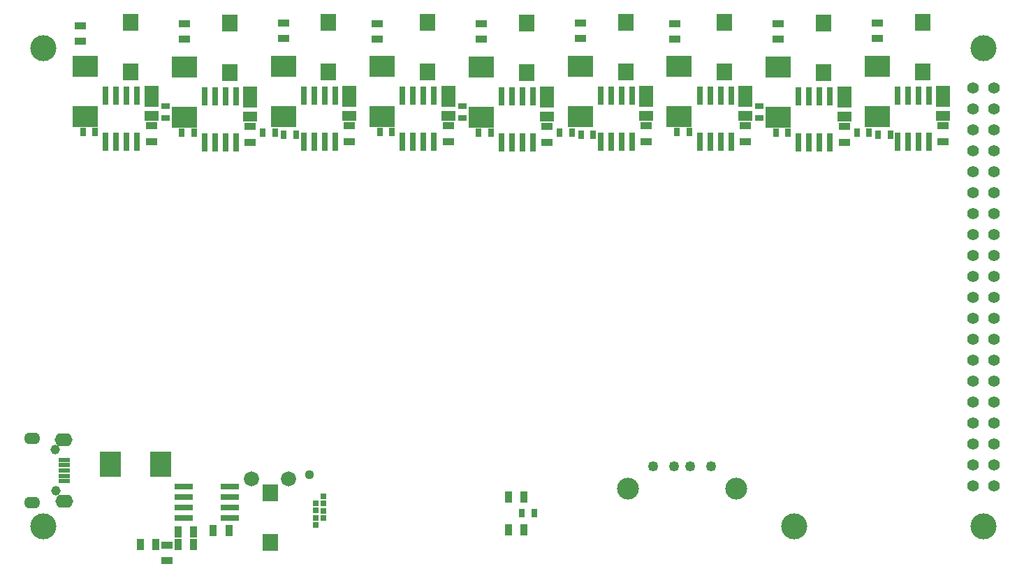
<source format=gbs>
%FSTAX24Y24*%
%MOIN*%
%IN MASK2.GBR *%
%ADD10C,0.0440*%
%ADD11C,0.0454*%
%ADD12C,0.0493*%
%ADD13C,0.0560*%
%ADD14C,0.0720*%
%ADD15C,0.1044*%
%ADD16C,0.1241*%
%ADD17O,0.0769X0.0552*%
%ADD18O,0.0847X0.0631*%
%ADD19R,0.0277X0.0296*%
%ADD20R,0.0296X0.0414*%
%ADD21R,0.0310X0.0860*%
%ADD22R,0.0336X0.0572*%
%ADD23R,0.0414X0.0296*%
%ADD24R,0.0572X0.0237*%
%ADD25R,0.0572X0.0336*%
%ADD26R,0.0651X0.0473*%
%ADD27R,0.0651X0.1005*%
%ADD28R,0.0729X0.0847*%
%ADD29R,0.0860X0.0310*%
%ADD30R,0.1005X0.1202*%
%ADD31R,0.1202X0.1005*%
D25*X007283Y001063D03*Y000315D03*X036457Y025965D03*Y025217D03*D29*
X008071Y002362D03*Y002862D03*Y003362D03*Y003862D03*X010271D03*
Y003362D03*Y002862D03*Y002362D03*D21*X010579Y020276D03*X010079D03*
X009579D03*X009079D03*Y022476D03*X009579D03*X010079D03*X010579D03*D25*
X034882Y020335D03*Y021083D03*D14*X011319Y004232D03*D28*X015Y023661D03*
Y026024D03*D20*X013456Y02064D03*X012865D03*D21*X020028Y020315D03*
X019528D03*X019028D03*X018528D03*Y022515D03*X019028D03*X019528D03*
X020028D03*D31*X027008Y021535D03*Y023937D03*D21*X029476Y020315D03*
X028976D03*X028476D03*X027976D03*Y022515D03*X028476D03*X028976D03*
X029476D03*D22*X006004Y001083D03*X006752D03*D25*X044331Y020335D03*
Y021083D03*X015984Y020335D03*Y021083D03*D20*X036929Y020748D03*
X036339D03*X008583D03*X007992D03*X032205Y020787D03*X031614D03*
X040793Y02074D03*X040202D03*D21*X04365Y020315D03*X04315D03*X04265D03*
X04215D03*Y022515D03*X04265D03*X04315D03*X04365D03*D16*
X001378Y024803D03*D20*X022756Y020748D03*X022165D03*D31*
X022283Y021496D03*Y023898D03*D25*X027008Y026004D03*Y025256D03*
X031502Y02597D03*Y025222D03*D20*X02662Y02074D03*X026029D03*D26*
X020709Y021545D03*D27*Y02248D03*D26*X015984Y021545D03*D27*Y02248D03*
D26*X034882Y021545D03*D27*Y02248D03*D20*X024819Y002575D03*X024228D03*
D28*X024449Y023622D03*Y025984D03*D24*X002382Y004114D03*Y00437D03*
Y004626D03*Y004882D03*Y005138D03*D11*X001969Y003642D03*
X001949Y00561D03*D18*X002382Y00315D03*X002362Y006102D03*D17*
X000866Y003091D03*Y006161D03*D21*X034201Y020315D03*X033701D03*
X033201D03*X032701D03*Y022515D03*X033201D03*X033701D03*X034201D03*D23*
X035552Y022031D03*Y02144D03*D25*X020709Y020335D03*Y021083D03*D19*
X014764Y003051D03*Y003386D03*D31*X031732Y021535D03*Y023937D03*D26*
X030157Y021545D03*D27*Y02248D03*D28*X043346Y023661D03*Y026024D03*D13*
X04576Y003886D03*X04676Y007886D03*X04576Y008886D03*X04676D03*
X04576Y009886D03*X04676D03*X04576Y010886D03*X04676D03*X04576Y011886D03*
X04676D03*X04576Y012886D03*X04676Y003886D03*Y012886D03*
X04576Y013886D03*X04676D03*X04576Y014886D03*X04676D03*X04576Y015886D03*
X04676D03*X04576Y016886D03*X04676D03*X04576Y017886D03*X04576Y004886D03*
X04676Y017886D03*X04576Y018886D03*X04676D03*X04576Y019886D03*X04676D03*
X04576Y020886D03*X04676D03*X04576Y021886D03*X04676D03*X04576Y022886D03*
X04676Y004886D03*Y022886D03*X04576Y005886D03*X04676D03*
X04576Y006886D03*X04676D03*X04576Y007886D03*D16*X04626Y001969D03*
X037205D03*X04626Y024803D03*D28*X010276Y023622D03*Y025984D03*
X033898Y023661D03*Y026024D03*D26*X025433Y021506D03*D27*Y022441D03*D25*
Y020295D03*Y021043D03*D16*X001378Y001969D03*D31*X017559Y021535D03*
Y023937D03*D25*X022283Y025965D03*Y025217D03*X00811Y025965D03*
Y025217D03*D14*X013091Y004232D03*D23*X007206Y022031D03*Y02144D03*D25*
X01126Y020295D03*Y021043D03*D28*X019724Y023661D03*Y026024D03*D26*
X01126Y021506D03*D27*Y022441D03*D19*X014764Y002362D03*Y002697D03*
X01437Y002028D03*Y002362D03*D20*X012446Y02074D03*X011856D03*D26*
X006535Y021545D03*D27*Y02248D03*D31*X00811Y021496D03*Y023898D03*
X012835Y021535D03*Y023937D03*D20*X041802Y02064D03*X041212D03*D25*
X041181Y026004D03*Y025256D03*X030157Y020335D03*Y021083D03*D31*
X036457Y021496D03*Y023898D03*D26*X039606Y021506D03*D27*Y022441D03*D21*
X038925Y020276D03*X038425D03*X037925D03*X037425D03*Y022476D03*
X037925D03*X038425D03*X038925D03*D28*X038622Y023622D03*Y025984D03*
X029173Y023661D03*Y026024D03*D25*X039606Y020295D03*Y021043D03*D20*
X027629Y02064D03*X027039D03*D22*X024327Y001787D03*X023579D03*D25*
X003156Y025872D03*Y025124D03*D31*X003386Y021535D03*Y023937D03*D22*
X010236Y001772D03*X009488D03*D28*X012205Y001181D03*Y003543D03*D22*
X007815Y001083D03*X008563D03*D25*X006535Y020335D03*Y021083D03*D21*
X015303Y020315D03*X014803D03*X014303D03*X013803D03*Y022515D03*
X014303D03*X014803D03*X015303D03*X024752Y020276D03*X024252D03*
X023752D03*X023252D03*Y022476D03*X023752D03*X024252D03*X024752D03*D23*
X021379Y022031D03*Y02144D03*D26*X044331Y021545D03*D27*Y02248D03*D25*
X012835Y026004D03*Y025256D03*D19*X01437Y002717D03*Y003051D03*D21*
X005854Y020315D03*X005354D03*X004854D03*X004354D03*Y022515D03*
X004854D03*X005354D03*X005854D03*D20*X018031Y020787D03*X017441D03*D12*
X03324Y004807D03*X032256D03*X031469D03*X030484D03*D15*X034449Y00374D03*
X029276D03*D31*X041181Y021535D03*Y023937D03*D30*X004587Y004921D03*
X006988D03*D25*X017329Y02597D03*Y025222D03*D22*X024327Y003362D03*
X023579D03*D28*X005551Y023661D03*Y026024D03*D10*X014075Y004429D03*D20*
X003858Y020787D03*X003268D03*D22*X007815Y001673D03*X008563D03*
M02*
</source>
